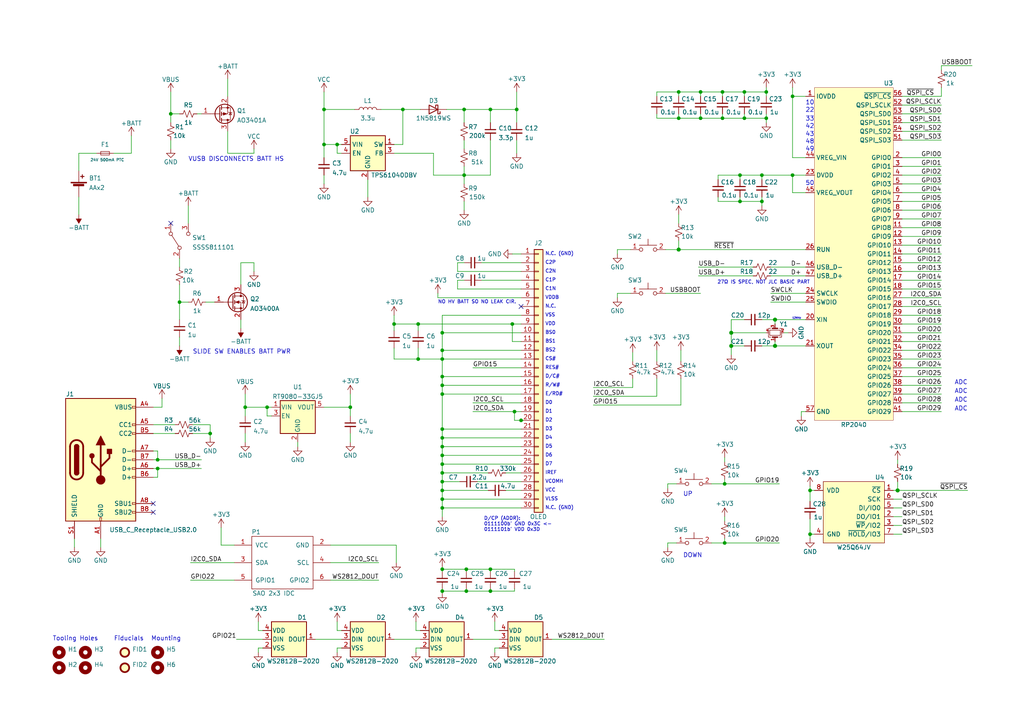
<source format=kicad_sch>
(kicad_sch (version 20211123) (generator eeschema)
  (paper "A4")
  (junction (at 128.27 165.1))
  (junction (at 128.27 109.22))
  (junction (at 134.62 50.8))
  (junction (at 60.96 125.73))
  (junction (at 149.86 31.75))
  (junction (at 93.98 41.91))
  (junction (at 45.72 133.35))
  (junction (at 142.24 171.45))
  (junction (at 121.285 104.14))
  (junction (at 210.185 157.48))
  (junction (at 128.27 104.14))
  (junction (at 128.27 144.78))
  (junction (at 101.6 118.11))
  (junction (at 215.9 26.67))
  (junction (at 128.27 129.54))
  (junction (at 222.25 26.67))
  (junction (at 116.84 31.75))
  (junction (at 210.185 140.335))
  (junction (at 134.62 31.75))
  (junction (at 52.07 87.63))
  (junction (at 128.27 139.7))
  (junction (at 196.85 34.29))
  (junction (at 229.87 27.94))
  (junction (at 224.79 92.71) (diameter 1.016))
  (junction (at 142.24 31.75))
  (junction (at 234.95 142.24))
  (junction (at 148.59 93.98))
  (junction (at 260.35 142.24) (diameter 1.016))
  (junction (at 209.55 26.67))
  (junction (at 128.27 142.24))
  (junction (at 196.85 26.67))
  (junction (at 212.09 100.33) (diameter 1.016))
  (junction (at 97.79 41.91))
  (junction (at 224.79 100.33) (diameter 1.016))
  (junction (at 128.27 96.52))
  (junction (at 128.27 132.08))
  (junction (at 128.27 137.16))
  (junction (at 151.13 121.92))
  (junction (at 214.63 50.8))
  (junction (at 203.2 34.29))
  (junction (at 128.27 134.62))
  (junction (at 149.225 119.38))
  (junction (at 142.24 165.1))
  (junction (at 128.27 111.76))
  (junction (at 203.2 26.67))
  (junction (at 212.09 96.52) (diameter 1.016))
  (junction (at 234.95 154.94))
  (junction (at 114.3 93.98))
  (junction (at 220.98 58.42))
  (junction (at 229.87 50.8))
  (junction (at 135.255 165.1))
  (junction (at 77.47 118.11))
  (junction (at 214.63 58.42))
  (junction (at 128.27 147.32))
  (junction (at 222.25 34.29))
  (junction (at 128.27 124.46))
  (junction (at 135.255 171.45))
  (junction (at 45.72 135.89))
  (junction (at 93.98 31.75))
  (junction (at 196.85 72.39) (diameter 1.016))
  (junction (at 128.27 101.6))
  (junction (at 209.55 34.29))
  (junction (at 71.12 118.11))
  (junction (at 121.285 93.98))
  (junction (at 128.27 171.45))
  (junction (at 215.9 34.29))
  (junction (at 49.53 33.02))
  (junction (at 220.98 50.8))
  (junction (at 128.27 114.3))
  (junction (at 128.27 127))
  (no_connect (at 49.53 64.77))
  (no_connect (at 44.45 148.59))
  (no_connect (at 44.45 146.05))
  (no_connect (at 151.13 88.9))
  (wire (pts (xy 128.27 144.78) (xy 151.13 144.78)))
  (wire (pts (xy 196.85 26.67) (xy 203.2 26.67)))
  (wire (pts (xy 114.3 185.42) (xy 121.92 185.42)))
  (wire (pts (xy 142.24 165.1) (xy 149.225 165.1)))
  (wire (pts (xy 151.13 83.82) (xy 132.715 83.82)))
  (wire (pts (xy 49.53 33.02) (xy 52.07 33.02)))
  (wire (pts (xy 202.565 77.47) (xy 218.44 77.47)))
  (wire (pts (xy 197.485 101.6) (xy 197.485 104.775)))
  (wire (pts (xy 203.2 26.67) (xy 209.55 26.67)))
  (wire (pts (xy 215.9 34.29) (xy 209.55 34.29)))
  (wire (pts (xy 208.28 58.42) (xy 208.28 57.15)))
  (wire (pts (xy 71.12 125.73) (xy 71.12 128.27)))
  (wire (pts (xy 227.33 96.52) (xy 228.6 96.52)))
  (wire (pts (xy 93.98 41.91) (xy 93.98 45.72)))
  (wire (pts (xy 190.5 34.29) (xy 190.5 33.02)))
  (wire (pts (xy 190.5 26.67) (xy 196.85 26.67)))
  (wire (pts (xy 261.62 55.88) (xy 273.05 55.88)))
  (wire (pts (xy 223.52 77.47) (xy 233.68 77.47)))
  (wire (pts (xy 197.485 109.855) (xy 197.485 117.475)))
  (wire (pts (xy 190.5 27.94) (xy 190.5 26.67)))
  (wire (pts (xy 137.16 106.68) (xy 151.13 106.68)))
  (wire (pts (xy 52.07 74.93) (xy 52.07 77.47)))
  (wire (pts (xy 149.86 31.75) (xy 149.86 35.56)))
  (wire (pts (xy 261.62 109.22) (xy 273.05 109.22)))
  (wire (pts (xy 193.675 158.75) (xy 193.675 157.48)))
  (wire (pts (xy 114.3 93.98) (xy 114.3 95.885)))
  (wire (pts (xy 45.72 138.43) (xy 45.72 135.89)))
  (wire (pts (xy 151.13 78.74) (xy 132.715 78.74)))
  (wire (pts (xy 261.62 83.82) (xy 273.05 83.82)))
  (wire (pts (xy 146.685 137.16) (xy 151.13 137.16)))
  (wire (pts (xy 55.245 163.195) (xy 67.945 163.195)))
  (wire (pts (xy 93.98 31.75) (xy 93.98 41.91)))
  (wire (pts (xy 55.245 168.275) (xy 67.945 168.275)))
  (wire (pts (xy 142.24 170.815) (xy 142.24 171.45)))
  (wire (pts (xy 261.62 106.68) (xy 273.05 106.68)))
  (wire (pts (xy 261.62 45.72) (xy 273.05 45.72)))
  (wire (pts (xy 261.62 96.52) (xy 273.05 96.52)))
  (wire (pts (xy 21.59 156.21) (xy 21.59 158.75)))
  (wire (pts (xy 183.515 112.395) (xy 172.085 112.395)))
  (wire (pts (xy 149.225 121.92) (xy 149.225 119.38)))
  (wire (pts (xy 44.45 133.35) (xy 45.72 133.35)))
  (wire (pts (xy 59.69 87.63) (xy 62.23 87.63)))
  (wire (pts (xy 210.185 140.335) (xy 226.06 140.335)))
  (wire (pts (xy 57.15 33.02) (xy 58.42 33.02)))
  (wire (pts (xy 229.87 25.4) (xy 229.87 27.94)))
  (wire (pts (xy 44.45 138.43) (xy 45.72 138.43)))
  (wire (pts (xy 77.47 120.65) (xy 77.47 118.11)))
  (wire (pts (xy 76.2 182.88) (xy 74.93 182.88)))
  (wire (pts (xy 128.27 127) (xy 128.27 129.54)))
  (wire (pts (xy 121.285 104.14) (xy 128.27 104.14)))
  (wire (pts (xy 71.12 118.11) (xy 71.12 120.65)))
  (wire (pts (xy 229.87 50.8) (xy 233.68 50.8)))
  (wire (pts (xy 234.95 142.24) (xy 234.95 140.97)))
  (wire (pts (xy 22.86 49.53) (xy 22.86 44.45)))
  (wire (pts (xy 203.2 34.29) (xy 196.85 34.29)))
  (wire (pts (xy 128.27 134.62) (xy 151.13 134.62)))
  (wire (pts (xy 46.99 118.11) (xy 44.45 118.11)))
  (wire (pts (xy 261.62 78.74) (xy 273.05 78.74)))
  (wire (pts (xy 149.86 44.45) (xy 149.86 40.64)))
  (wire (pts (xy 121.92 182.88) (xy 120.65 182.88)))
  (wire (pts (xy 114.935 163.195) (xy 114.935 158.115)))
  (wire (pts (xy 97.79 180.34) (xy 97.79 182.88)))
  (wire (pts (xy 95.885 158.115) (xy 114.935 158.115)))
  (wire (pts (xy 259.08 154.94) (xy 261.62 154.94)))
  (wire (pts (xy 212.09 100.33) (xy 215.9 100.33)))
  (wire (pts (xy 134.62 31.75) (xy 134.62 35.56)))
  (wire (pts (xy 55.88 125.73) (xy 60.96 125.73)))
  (wire (pts (xy 97.79 187.96) (xy 97.79 189.23)))
  (wire (pts (xy 125.73 44.45) (xy 114.3 44.45)))
  (wire (pts (xy 99.06 182.88) (xy 97.79 182.88)))
  (wire (pts (xy 261.62 30.48) (xy 273.05 30.48)))
  (wire (pts (xy 259.08 152.4) (xy 261.62 152.4)))
  (wire (pts (xy 261.62 27.94) (xy 273.05 27.94)))
  (wire (pts (xy 29.21 156.21) (xy 29.21 158.75)))
  (wire (pts (xy 222.25 26.67) (xy 222.25 27.94)))
  (wire (pts (xy 128.27 96.52) (xy 128.27 101.6)))
  (wire (pts (xy 44.45 135.89) (xy 45.72 135.89)))
  (wire (pts (xy 179.07 86.36) (xy 179.07 85.09)))
  (wire (pts (xy 261.62 48.26) (xy 273.05 48.26)))
  (wire (pts (xy 114.3 100.965) (xy 114.3 104.14)))
  (wire (pts (xy 127 86.36) (xy 151.13 86.36)))
  (wire (pts (xy 128.27 111.76) (xy 128.27 114.3)))
  (wire (pts (xy 215.9 27.94) (xy 215.9 26.67)))
  (wire (pts (xy 52.07 82.55) (xy 52.07 87.63)))
  (wire (pts (xy 222.25 34.29) (xy 222.25 33.02)))
  (wire (pts (xy 54.61 59.69) (xy 54.61 64.77)))
  (wire (pts (xy 134.62 50.8) (xy 134.62 53.34)))
  (wire (pts (xy 146.685 142.24) (xy 151.13 142.24)))
  (wire (pts (xy 151.13 99.06) (xy 148.59 99.06)))
  (wire (pts (xy 134.62 40.64) (xy 134.62 43.18)))
  (wire (pts (xy 77.47 118.11) (xy 71.12 118.11)))
  (wire (pts (xy 149.225 171.45) (xy 149.225 170.815)))
  (wire (pts (xy 128.27 144.78) (xy 128.27 147.32)))
  (wire (pts (xy 128.27 101.6) (xy 151.13 101.6)))
  (wire (pts (xy 49.53 35.56) (xy 49.53 33.02)))
  (wire (pts (xy 149.86 26.67) (xy 149.86 31.75)))
  (wire (pts (xy 233.68 45.72) (xy 229.87 45.72)))
  (wire (pts (xy 121.92 187.96) (xy 120.65 187.96)))
  (wire (pts (xy 132.715 81.28) (xy 134.62 81.28)))
  (wire (pts (xy 121.285 100.965) (xy 121.285 104.14)))
  (wire (pts (xy 66.04 38.1) (xy 66.04 44.45)))
  (wire (pts (xy 220.98 58.42) (xy 220.98 57.15)))
  (wire (pts (xy 52.07 87.63) (xy 54.61 87.63)))
  (wire (pts (xy 128.27 147.32) (xy 151.13 147.32)))
  (wire (pts (xy 149.225 119.38) (xy 151.13 119.38)))
  (wire (pts (xy 261.62 99.06) (xy 273.05 99.06)))
  (wire (pts (xy 234.95 142.24) (xy 234.95 145.415)))
  (wire (pts (xy 203.2 34.29) (xy 203.2 33.02)))
  (wire (pts (xy 259.08 142.24) (xy 260.35 142.24)))
  (wire (pts (xy 209.55 26.67) (xy 215.9 26.67)))
  (wire (pts (xy 120.65 180.34) (xy 120.65 182.88)))
  (wire (pts (xy 93.98 118.11) (xy 101.6 118.11)))
  (wire (pts (xy 212.09 100.33) (xy 212.09 102.87)))
  (wire (pts (xy 220.98 59.69) (xy 220.98 58.42)))
  (wire (pts (xy 179.07 72.39) (xy 182.88 72.39)))
  (wire (pts (xy 128.27 165.1) (xy 128.27 165.735)))
  (wire (pts (xy 208.28 52.07) (xy 208.28 50.8)))
  (wire (pts (xy 101.6 118.11) (xy 101.6 120.65)))
  (wire (pts (xy 215.9 34.29) (xy 215.9 33.02)))
  (wire (pts (xy 196.85 34.29) (xy 196.85 33.02)))
  (wire (pts (xy 134.62 31.75) (xy 142.24 31.75)))
  (wire (pts (xy 222.25 35.56) (xy 222.25 34.29)))
  (wire (pts (xy 261.62 119.38) (xy 273.05 119.38)))
  (wire (pts (xy 73.66 44.45) (xy 66.04 44.45)))
  (wire (pts (xy 261.62 68.58) (xy 273.05 68.58)))
  (wire (pts (xy 138.43 139.7) (xy 151.13 139.7)))
  (wire (pts (xy 128.27 104.14) (xy 151.13 104.14)))
  (wire (pts (xy 142.24 40.64) (xy 142.24 50.8)))
  (wire (pts (xy 128.27 137.16) (xy 141.605 137.16)))
  (wire (pts (xy 196.85 62.23) (xy 196.85 64.77)))
  (wire (pts (xy 128.27 124.46) (xy 151.13 124.46)))
  (wire (pts (xy 128.27 114.3) (xy 151.13 114.3)))
  (wire (pts (xy 128.27 142.24) (xy 141.605 142.24)))
  (wire (pts (xy 179.07 85.09) (xy 182.88 85.09)))
  (wire (pts (xy 121.285 93.98) (xy 114.3 93.98)))
  (wire (pts (xy 97.79 41.91) (xy 99.06 41.91)))
  (wire (pts (xy 183.515 102.235) (xy 183.515 104.775)))
  (wire (pts (xy 45.72 135.89) (xy 58.42 135.89)))
  (wire (pts (xy 128.27 124.46) (xy 128.27 127)))
  (wire (pts (xy 261.62 50.8) (xy 273.05 50.8)))
  (wire (pts (xy 151.765 121.92) (xy 151.13 121.92)))
  (wire (pts (xy 206.375 140.335) (xy 210.185 140.335)))
  (wire (pts (xy 95.885 163.195) (xy 109.855 163.195)))
  (wire (pts (xy 261.62 63.5) (xy 273.05 63.5)))
  (wire (pts (xy 128.27 111.76) (xy 151.13 111.76)))
  (wire (pts (xy 196.85 34.29) (xy 190.5 34.29)))
  (wire (pts (xy 229.87 55.88) (xy 233.68 55.88)))
  (wire (pts (xy 139.7 76.2) (xy 151.13 76.2)))
  (wire (pts (xy 236.22 142.24) (xy 234.95 142.24)))
  (wire (pts (xy 106.68 52.07) (xy 106.68 57.15)))
  (wire (pts (xy 49.53 40.64) (xy 49.53 43.18)))
  (wire (pts (xy 128.27 171.45) (xy 128.27 172.085)))
  (wire (pts (xy 224.79 100.33) (xy 233.68 100.33)))
  (wire (pts (xy 142.24 171.45) (xy 149.225 171.45)))
  (wire (pts (xy 60.96 123.19) (xy 60.96 125.73)))
  (wire (pts (xy 45.72 133.35) (xy 58.42 133.35)))
  (wire (pts (xy 128.27 164.465) (xy 128.27 165.1)))
  (wire (pts (xy 261.62 104.14) (xy 273.05 104.14)))
  (wire (pts (xy 135.255 165.1) (xy 135.255 165.735)))
  (wire (pts (xy 134.62 58.42) (xy 134.62 60.96)))
  (wire (pts (xy 261.62 40.64) (xy 273.05 40.64)))
  (wire (pts (xy 142.24 50.8) (xy 134.62 50.8)))
  (wire (pts (xy 224.79 92.71) (xy 233.68 92.71)))
  (wire (pts (xy 128.27 132.08) (xy 151.13 132.08)))
  (wire (pts (xy 116.84 31.75) (xy 121.92 31.75)))
  (wire (pts (xy 261.62 38.1) (xy 273.05 38.1)))
  (wire (pts (xy 143.51 187.96) (xy 143.51 189.23)))
  (wire (pts (xy 132.715 78.74) (xy 132.715 76.2)))
  (wire (pts (xy 114.3 41.91) (xy 116.84 41.91)))
  (wire (pts (xy 149.225 165.735) (xy 149.225 165.1)))
  (wire (pts (xy 22.86 57.15) (xy 22.86 62.23)))
  (wire (pts (xy 128.27 165.1) (xy 135.255 165.1)))
  (wire (pts (xy 128.27 171.45) (xy 135.255 171.45)))
  (wire (pts (xy 214.63 50.8) (xy 220.98 50.8)))
  (wire (pts (xy 220.98 50.8) (xy 229.87 50.8)))
  (wire (pts (xy 71.12 114.3) (xy 71.12 118.11)))
  (wire (pts (xy 223.52 85.09) (xy 233.68 85.09)))
  (wire (pts (xy 209.55 27.94) (xy 209.55 26.67)))
  (wire (pts (xy 137.16 119.38) (xy 149.225 119.38)))
  (wire (pts (xy 114.3 91.44) (xy 114.3 93.98)))
  (wire (pts (xy 110.49 31.75) (xy 116.84 31.75)))
  (wire (pts (xy 261.62 53.34) (xy 273.05 53.34)))
  (wire (pts (xy 142.24 35.56) (xy 142.24 31.75)))
  (wire (pts (xy 69.85 92.71) (xy 69.85 95.25)))
  (wire (pts (xy 151.13 121.92) (xy 149.225 121.92)))
  (wire (pts (xy 259.08 147.32) (xy 261.62 147.32)))
  (wire (pts (xy 229.87 55.88) (xy 229.87 50.8)))
  (wire (pts (xy 206.375 157.48) (xy 210.185 157.48)))
  (wire (pts (xy 232.41 119.38) (xy 232.41 120.65)))
  (wire (pts (xy 222.25 25.4) (xy 222.25 26.67)))
  (wire (pts (xy 212.09 96.52) (xy 212.09 100.33)))
  (wire (pts (xy 261.62 76.2) (xy 273.05 76.2)))
  (wire (pts (xy 116.84 41.91) (xy 116.84 31.75)))
  (wire (pts (xy 120.65 187.96) (xy 120.65 189.23)))
  (wire (pts (xy 179.07 73.66) (xy 179.07 72.39)))
  (wire (pts (xy 215.9 26.67) (xy 222.25 26.67)))
  (wire (pts (xy 64.135 158.115) (xy 67.945 158.115)))
  (wire (pts (xy 128.27 129.54) (xy 151.13 129.54)))
  (wire (pts (xy 261.62 73.66) (xy 273.05 73.66)))
  (wire (pts (xy 22.86 44.45) (xy 27.94 44.45)))
  (wire (pts (xy 132.715 83.82) (xy 132.715 81.28)))
  (wire (pts (xy 183.515 109.855) (xy 183.515 112.395)))
  (wire (pts (xy 128.27 134.62) (xy 128.27 137.16)))
  (wire (pts (xy 261.62 86.36) (xy 273.05 86.36)))
  (wire (pts (xy 202.565 80.01) (xy 218.44 80.01)))
  (wire (pts (xy 193.04 72.39) (xy 196.85 72.39)))
  (wire (pts (xy 261.62 88.9) (xy 273.05 88.9)))
  (wire (pts (xy 93.98 41.91) (xy 97.79 41.91)))
  (wire (pts (xy 172.085 117.475) (xy 197.485 117.475)))
  (wire (pts (xy 97.79 41.91) (xy 97.79 44.45)))
  (wire (pts (xy 44.45 125.73) (xy 50.8 125.73)))
  (wire (pts (xy 190.5 101.6) (xy 190.5 104.775)))
  (wire (pts (xy 76.2 187.96) (xy 74.93 187.96)))
  (wire (pts (xy 261.62 116.84) (xy 273.05 116.84)))
  (wire (pts (xy 74.93 187.96) (xy 74.93 189.23)))
  (wire (pts (xy 128.27 139.7) (xy 128.27 142.24)))
  (wire (pts (xy 261.62 81.28) (xy 273.05 81.28)))
  (wire (pts (xy 214.63 52.07) (xy 214.63 50.8)))
  (wire (pts (xy 210.185 149.86) (xy 210.185 151.13)))
  (wire (pts (xy 261.62 60.96) (xy 273.05 60.96)))
  (wire (pts (xy 193.675 140.335) (xy 196.215 140.335)))
  (wire (pts (xy 148.59 73.66) (xy 151.13 73.66)))
  (wire (pts (xy 144.78 182.88) (xy 143.51 182.88)))
  (wire (pts (xy 209.55 34.29) (xy 209.55 33.02)))
  (wire (pts (xy 134.62 48.26) (xy 134.62 50.8)))
  (wire (pts (xy 128.27 101.6) (xy 128.27 104.14)))
  (wire (pts (xy 132.715 76.2) (xy 134.62 76.2)))
  (wire (pts (xy 261.62 91.44) (xy 273.05 91.44)))
  (wire (pts (xy 261.62 93.98) (xy 273.05 93.98)))
  (wire (pts (xy 73.66 76.2) (xy 69.85 76.2)))
  (wire (pts (xy 144.78 187.96) (xy 143.51 187.96)))
  (wire (pts (xy 101.6 125.73) (xy 101.6 128.27)))
  (wire (pts (xy 128.27 104.14) (xy 128.27 109.22)))
  (wire (pts (xy 45.72 130.81) (xy 45.72 133.35)))
  (wire (pts (xy 142.24 165.1) (xy 142.24 165.735)))
  (wire (pts (xy 128.27 96.52) (xy 151.13 96.52)))
  (wire (pts (xy 234.95 154.94) (xy 234.95 156.21)))
  (wire (pts (xy 60.96 125.73) (xy 60.96 127)))
  (wire (pts (xy 212.09 92.71) (xy 215.9 92.71)))
  (wire (pts (xy 46.99 115.57) (xy 46.99 118.11)))
  (wire (pts (xy 210.185 157.48) (xy 210.185 156.21)))
  (wire (pts (xy 210.185 157.48) (xy 226.06 157.48)))
  (wire (pts (xy 38.1 39.37) (xy 38.1 44.45)))
  (wire (pts (xy 128.27 132.08) (xy 128.27 134.62)))
  (wire (pts (xy 193.04 85.09) (xy 203.2 85.09)))
  (wire (pts (xy 193.675 141.605) (xy 193.675 140.335)))
  (wire (pts (xy 93.98 50.8) (xy 93.98 53.34)))
  (wire (pts (xy 209.55 34.29) (xy 203.2 34.29)))
  (wire (pts (xy 273.05 19.05) (xy 273.05 20.32)))
  (wire (pts (xy 139.7 81.28) (xy 151.13 81.28)))
  (wire (pts (xy 210.185 140.335) (xy 210.185 139.065)))
  (wire (pts (xy 128.27 114.3) (xy 128.27 124.46)))
  (wire (pts (xy 121.285 93.98) (xy 148.59 93.98)))
  (wire (pts (xy 128.27 137.16) (xy 128.27 139.7)))
  (wire (pts (xy 222.25 96.52) (xy 212.09 96.52)))
  (wire (pts (xy 44.45 130.81) (xy 45.72 130.81)))
  (wire (pts (xy 73.66 43.18) (xy 73.66 44.45)))
  (wire (pts (xy 52.07 97.79) (xy 52.07 100.33)))
  (wire (pts (xy 86.36 128.27) (xy 86.36 129.54)))
  (wire (pts (xy 259.08 149.86) (xy 261.62 149.86)))
  (wire (pts (xy 121.285 93.98) (xy 121.285 95.885)))
  (wire (pts (xy 64.135 153.035) (xy 64.135 158.115)))
  (wire (pts (xy 196.85 27.94) (xy 196.85 26.67)))
  (wire (pts (xy 78.74 120.65) (xy 77.47 120.65)))
  (wire (pts (xy 261.62 35.56) (xy 273.05 35.56)))
  (wire (pts (xy 38.1 44.45) (xy 33.02 44.45)))
  (wire (pts (xy 196.85 72.39) (xy 196.85 69.85)))
  (wire (pts (xy 220.98 92.71) (xy 224.79 92.71)))
  (wire (pts (xy 137.16 116.84) (xy 151.13 116.84)))
  (wire (pts (xy 261.62 114.3) (xy 273.05 114.3)))
  (wire (pts (xy 261.62 111.76) (xy 273.05 111.76)))
  (wire (pts (xy 260.35 142.24) (xy 280.67 142.24)))
  (wire (pts (xy 148.59 93.98) (xy 151.13 93.98)))
  (wire (pts (xy 261.62 101.6) (xy 273.05 101.6)))
  (wire (pts (xy 190.5 114.935) (xy 172.085 114.935)))
  (wire (pts (xy 151.13 91.44) (xy 128.27 91.44)))
  (wire (pts (xy 224.79 99.06) (xy 224.79 100.33)))
  (wire (pts (xy 260.35 133.35) (xy 260.35 134.62)))
  (wire (pts (xy 203.2 27.94) (xy 203.2 26.67)))
  (wire (pts (xy 208.28 50.8) (xy 214.63 50.8)))
  (wire (pts (xy 134.62 50.8) (xy 125.73 50.8)))
  (wire (pts (xy 134.62 31.75) (xy 129.54 31.75)))
  (wire (pts (xy 261.62 71.12) (xy 273.05 71.12)))
  (wire (pts (xy 214.63 58.42) (xy 208.28 58.42)))
  (wire (pts (xy 128.27 109.22) (xy 151.13 109.22)))
  (wire (pts (xy 214.63 58.42) (xy 214.63 57.15)))
  (wire (pts (xy 52.07 87.63) (xy 52.07 92.71)))
  (wire (pts (xy 128.27 170.815) (xy 128.27 171.45)))
  (wire (pts (xy 99.06 44.45) (xy 97.79 44.45)))
  (wire (pts (xy 99.06 187.96) (xy 97.79 187.96)))
  (wire (pts (xy 69.85 76.2) (xy 69.85 82.55)))
  (wire (pts (xy 193.675 157.48) (xy 196.215 157.48)))
  (wire (pts (xy 259.08 144.78) (xy 261.62 144.78)))
  (wire (pts (xy 220.98 58.42) (xy 214.63 58.42)))
  (wire (pts (xy 95.885 168.275) (xy 109.855 168.275)))
  (wire (pts (xy 128.27 91.44) (xy 128.27 96.52)))
  (wire (pts (xy 223.52 87.63) (xy 233.68 87.63)))
  (wire (pts (xy 224.79 92.71) (xy 224.79 93.98)))
  (wire (pts (xy 68.58 185.42) (xy 76.2 185.42)))
  (wire (pts (xy 229.87 27.94) (xy 233.68 27.94)))
  (wire (pts (xy 101.6 114.3) (xy 101.6 118.11)))
  (wire (pts (xy 210.185 132.715) (xy 210.185 133.985)))
  (wire (pts (xy 261.62 66.04) (xy 273.05 66.04)))
  (wire (pts (xy 135.255 171.45) (xy 142.24 171.45)))
  (wire (pts (xy 135.255 170.815) (xy 135.255 171.45)))
  (wire (pts (xy 74.93 180.34) (xy 74.93 182.88)))
  (wire (pts (xy 137.16 185.42) (xy 144.78 185.42)))
  (wire (pts (xy 261.62 33.02) (xy 273.05 33.02)))
  (wire (pts (xy 190.5 109.855) (xy 190.5 114.935)))
  (wire (pts (xy 135.255 165.1) (xy 142.24 165.1)))
  (wire (pts (xy 196.85 72.39) (xy 233.68 72.39)))
  (wire (pts (xy 142.24 31.75) (xy 149.86 31.75)))
  (wire (pts (xy 220.98 100.33) (xy 224.79 100.33)))
  (wire (pts (xy 44.45 123.19) (xy 50.8 123.19)))
  (wire (pts (xy 260.35 142.24) (xy 260.35 139.7)))
  (wire (pts (xy 78.74 118.11) (xy 77.47 118.11)))
  (wire (pts (xy 93.98 31.75) (xy 102.87 31.75)))
  (wire (pts (xy 222.25 34.29) (xy 215.9 34.29)))
  (wire (pts (xy 114.3 104.14) (xy 121.285 104.14)))
  (wire (pts (xy 143.51 180.34) (xy 143.51 182.88)))
  (wire (pts (xy 91.44 185.42) (xy 99.06 185.42)))
  (wire (pts (xy 229.87 27.94) (xy 229.87 45.72)))
  (wire (pts (xy 73.66 78.74) (xy 73.66 76.2)))
  (wire (pts (xy 273.05 27.94) (xy 273.05 25.4)))
  (wire (pts (xy 128.27 142.24) (xy 128.27 144.78)))
  (wire (pts (xy 128.27 109.22) (xy 128.27 111.76)))
  (wire (pts (xy 93.98 26.67) (xy 93.98 31.75)))
  (wire (pts (xy 128.27 147.32) (xy 128.27 149.86)))
  (wire (pts (xy 128.27 139.7) (xy 133.35 139.7)))
  (wire (pts (xy 128.27 129.54) (xy 128.27 132.08)))
  (wire (pts (xy 273.05 19.05) (xy 281.94 19.05)))
  (wire (pts (xy 261.62 58.42) (xy 273.05 58.42)))
  (wire (pts (xy 233.68 119.38) (xy 232.41 119.38)))
  (wire (pts (xy 148.59 99.06) (xy 148.59 93.98)))
  (wire (pts (xy 66.04 27.94) (xy 66.04 22.86)))
  (wire (pts (xy 160.02 185.42) (xy 175.26 185.42)))
  (wire (pts (xy 236.22 154.94) (xy 234.95 154.94)))
  (wire (pts (xy 125.73 50.8) (xy 125.73 44.45)))
  (wire (pts (xy 220.98 50.8) (xy 220.98 52.07)))
  (wire (pts (xy 234.95 150.495) (xy 234.95 154.94)))
  (wire (pts (xy 223.52 80.01) (xy 233.68 80.01)))
  (wire (pts (xy 127 85.09) (xy 127 86.36)))
  (wire (pts (xy 49.53 26.67) (xy 49.53 33.02)))
  (wire (pts (xy 55.88 123.19) (xy 60.96 123.19)))
  (wire (pts (xy 212.09 92.71) (xy 212.09 96.52)))
  (wire (pts (xy 128.27 127) (xy 151.13 127)))
  (text "C2N" (at 158.115 79.375 0) (effects (font (size 1 1)) (justify left bottom)))
  (text "C1P\n" (at 158.115 81.915 0) (effects (font (size 1 1)) (justify left bottom)))
  (text "D/C#" (at 158.115 109.855 0) (effects (font (size 1 1)) (justify left bottom)))
  (text "N.C. (GND)\n" (at 158.115 147.955 0) (effects (font (size 1 1)) (justify left bottom)))
  (text "RES#" (at 158.115 107.315 0) (effects (font (size 1 1)) (justify left bottom)))
  (text "10" (at 236.22 30.607 180) (effects (font (size 1.27 1.27)) (justify right bottom)))
  (text "Mounting" (at 43.815 186.055 0) (effects (font (size 1.27 1.27)) (justify left bottom)))
  (text "33" (at 236.22 35.306 180) (effects (font (size 1.27 1.27)) (justify right bottom)))
  (text "D1" (at 158.115 120.015 0) (effects (font (size 1 1)) (justify left bottom)))
  (text "DOWN\n" (at 198.12 161.925 0) (effects (font (size 1.27 1.27)) (justify left bottom)))
  (text "CS#" (at 158.115 104.775 0) (effects (font (size 1 1)) (justify left bottom)))
  (text "IREF" (at 158.115 137.795 0) (effects (font (size 1 1)) (justify left bottom)))
  (text "22" (at 236.22 32.766 180) (effects (font (size 1.27 1.27)) (justify right bottom)))
  (text "VUSB DISCONNECTS BATT HS" (at 54.61 46.99 0) (effects (font (size 1.27 1.27)) (justify left bottom)))
  (text "BS2" (at 158.115 102.235 0) (effects (font (size 1 1)) (justify left bottom)))
  (text "NO HV BATT SO NO LEAK CIR." (at 127 88.265 0) (effects (font (size 1 1)) (justify left bottom)))
  (text "D/CP (ADDR):\n0111100b' GND 0x3C <-\n0111101b' VDD 0x3D" (at 140.335 154.305 0) (effects (font (size 1 1)) (justify left bottom)))
  (text "R/W#" (at 158.115 112.395 0) (effects (font (size 1 1)) (justify left bottom)))
  (text "ADC" (at 280.67 119.38 180) (effects (font (size 1.27 1.27)) (justify right bottom)))
  (text "ADC" (at 280.67 111.76 180) (effects (font (size 1.27 1.27)) (justify right bottom)))
  (text "BS1" (at 158.115 99.695 0) (effects (font (size 1 1)) (justify left bottom)))
  (text "D5\n" (at 158.115 130.175 0) (effects (font (size 1 1)) (justify left bottom)))
  (text "E/RD#" (at 158.115 114.935 0) (effects (font (size 1 1)) (justify left bottom)))
  (text "VCC" (at 158.115 142.875 0) (effects (font (size 1 1)) (justify left bottom)))
  (text "VDDB" (at 158.115 86.995 0) (effects (font (size 1 1)) (justify left bottom)))
  (text "VDD" (at 158.115 94.615 0) (effects (font (size 1 1)) (justify left bottom)))
  (text "D7" (at 158.115 135.255 0) (effects (font (size 1 1)) (justify left bottom)))
  (text "27Ω IS SPEC, NOT JLC BASIC PART" (at 234.95 82.55 180) (effects (font (size 1 1)) (justify right bottom)))
  (text "Tooling Holes\n" (at 15.24 186.055 0) (effects (font (size 1.27 1.27)) (justify left bottom)))
  (text "SLIDE SW ENABLES BATT PWR" (at 55.88 102.87 0) (effects (font (size 1.27 1.27)) (justify left bottom)))
  (text "D4" (at 158.115 127.635 0) (effects (font (size 1 1)) (justify left bottom)))
  (text "VSS" (at 158.115 92.075 0) (effects (font (size 1 1)) (justify left bottom)))
  (text "D0\n" (at 158.115 117.475 0) (effects (font (size 1 1)) (justify left bottom)))
  (text "C1N" (at 158.115 84.455 0) (effects (font (size 1 1)) (justify left bottom)))
  (text "12MHz" (at 232.41 92.71 180) (effects (font (size 0.508 0.508)) (justify right bottom)))
  (text "VLSS" (at 158.115 145.415 0) (effects (font (size 1 1)) (justify left bottom)))
  (text "Fiducials" (at 33.02 186.055 0) (effects (font (size 1.27 1.27)) (justify left bottom)))
  (text "N.C." (at 158.115 89.535 0) (effects (font (size 1 1)) (justify left bottom)))
  (text "D6" (at 158.115 132.715 0) (effects (font (size 1 1)) (justify left bottom)))
  (text "BS0" (at 158.115 97.155 0) (effects (font (size 1 1)) (justify left bottom)))
  (text "D2" (at 158.115 122.555 0) (effects (font (size 1 1)) (justify left bottom)))
  (text "UP" (at 198.12 144.145 0) (effects (font (size 1.27 1.27)) (justify left bottom)))
  (text "43" (at 236.22 39.751 180) (effects (font (size 1.27 1.27)) (justify right bottom)))
  (text "50" (at 236.22 53.975 180) (effects (font (size 1.27 1.27)) (justify right bottom)))
  (text "48" (at 236.22 41.91 180) (effects (font (size 1.27 1.27)) (justify right bottom)))
  (text "ADC" (at 280.67 116.84 180) (effects (font (size 1.27 1.27)) (justify right bottom)))
  (text "N.C. (GND)\n" (at 158.115 74.295 0) (effects (font (size 1 1)) (justify left bottom)))
  (text "49" (at 236.22 44.069 180) (effects (font (size 1.27 1.27)) (justify right bottom)))
  (text "VCOMH" (at 158.115 140.335 0) (effects (font (size 1 1)) (justify left bottom)))
  (text "ADC" (at 280.67 114.3 180) (effects (font (size 1.27 1.27)) (justify right bottom)))
  (text "42" (at 236.22 37.465 180) (effects (font (size 1.27 1.27)) (justify right bottom)))
  (text "C2P\n" (at 158.115 76.835 0) (effects (font (size 1 1)) (justify left bottom)))
  (text "D3" (at 158.115 125.095 0) (effects (font (size 1 1)) (justify left bottom)))
  (label "QSPI_SD2" (at 261.62 152.4 0))
  (label "GPIO27" (at 273.05 114.3 180))
  (label "GPIO14" (at 273.05 81.28 180))
  (label "I2C0_SCL" (at 137.16 116.84 0))
  (label "WS2812_DOUT" (at 109.855 168.275 180))
  (label "I2C0_SDA" (at 273.05 86.36 180))
  (label "USB_D-" (at 202.565 77.47 0))
  (label "D+" (at 232.41 80.01 180))
  (label "GPIO28" (at 273.05 116.84 180))
  (label "GPIO24" (at 273.05 106.68 180))
  (label "GPIO25" (at 273.05 109.22 180))
  (label "GPIO15" (at 273.05 83.82 180))
  (label "D-" (at 232.41 77.47 180))
  (label "I2C0_SDA" (at 172.085 114.935 0))
  (label "USBBOOT" (at 281.94 19.05 180))
  (label "GPIO21" (at 68.58 185.42 180))
  (label "~{QSPI_CS}" (at 262.89 27.94 0))
  (label "GPIO0" (at 273.05 45.72 180))
  (label "QSPI_SD1" (at 273.05 35.56 180))
  (label "GPIO19" (at 273.05 93.98 180))
  (label "QSPI_SCLK" (at 261.62 144.78 0))
  (label "SWDIO" (at 223.52 87.63 0))
  (label "USB_D+" (at 202.565 80.01 0))
  (label "GPIO15" (at 137.16 106.68 0))
  (label "GPIO22" (at 273.05 101.6 180))
  (label "QSPI_SCLK" (at 273.05 30.48 180))
  (label "QSPI_SD0" (at 261.62 147.32 0))
  (label "GPIO22" (at 55.245 168.275 0))
  (label "GPIO19" (at 226.06 140.335 180))
  (label "~{RESET}" (at 207.01 72.39 0))
  (label "GPIO20" (at 273.05 96.52 180))
  (label "GPIO2" (at 273.05 50.8 180))
  (label "GPIO6" (at 273.05 60.96 180))
  (label "GPIO26" (at 273.05 111.76 180))
  (label "GPIO10" (at 273.05 71.12 180))
  (label "I2C0_SDA" (at 137.16 119.38 0))
  (label "GPIO11" (at 273.05 73.66 180))
  (label "WS2812_DOUT" (at 175.26 185.42 180))
  (label "USBBOOT" (at 203.2 85.09 180))
  (label "GPIO4" (at 273.05 55.88 180))
  (label "GPIO7" (at 273.05 63.5 180))
  (label "GPIO15" (at 172.085 117.475 0))
  (label "QSPI_SD3" (at 273.05 40.64 180))
  (label "USB_D+" (at 58.42 135.89 180))
  (label "I2C0_SCL" (at 273.05 88.9 180))
  (label "USB_D-" (at 58.42 133.35 180))
  (label "GPIO29" (at 273.05 119.38 180))
  (label "GPIO18" (at 273.05 91.44 180))
  (label "QSPI_SD0" (at 273.05 33.02 180))
  (label "GPIO5" (at 273.05 58.42 180))
  (label "GPIO21" (at 273.05 99.06 180))
  (label "GPIO9" (at 273.05 68.58 180))
  (label "I2C0_SCL" (at 172.085 112.395 0))
  (label "QSPI_SD1" (at 261.62 149.86 0))
  (label "~{QSPI_CS}" (at 280.67 142.24 180))
  (label "GPIO12" (at 273.05 76.2 180))
  (label "I2C0_SDA" (at 55.245 163.195 0))
  (label "GPIO23" (at 273.05 104.14 180))
  (label "QSPI_SD2" (at 273.05 38.1 180))
  (label "GPIO3" (at 273.05 53.34 180))
  (label "QSPI_SD3" (at 261.62 154.94 0))
  (label "GPIO1" (at 273.05 48.26 180))
  (label "GPIO13" (at 273.05 78.74 180))
  (label "GPIO20" (at 226.06 157.48 180))
  (label "SWCLK" (at 223.52 85.09 0))
  (label "I2C0_SCL" (at 109.855 163.195 180))
  (label "GPIO8" (at 273.05 66.04 180))
  (symbol (lib_id "Connector:USB_C_Receptacle_USB2.0") (at 29.21 133.35 0) (unit 1)
    (property "Reference" "J1" (at 20.32 114.3 0))
    (property "Value" "USB_C_Receptacle_USB2.0" (at 44.45 153.67 0))
    (property "Footprint" "ftp:USB-C-16p" (effects hide))
    (property "Datasheet" "https://www.usb.org/sites/default/files/documents/usb_type-c.zip" (effects hide))
    (property "lcsc" "C167321" (effects hide))
  )
  (symbol (lib_id "power:GND") (at 93.98 53.34 0) (unit 1)
    (property "Reference" "#PWR022" (effects hide))
    (property "Value" "GND" (at 93.98 57.15 0))
  )
  (symbol (lib_id "power:+3V3") (at 190.5 101.6 0) (mirror y) (unit 1)
    (property "Reference" "#PWR043" (effects hide))
    (property "Value" "+3V3" (at 190.5 97.79 0))
  )
  (symbol (lib_id "power:GND") (at 49.53 43.18 0) (unit 1)
    (property "Reference" "#PWR07" (effects hide))
    (property "Value" "GND" (at 49.53 46.99 0))
  )
  (symbol (lib_id "Switch:SW_Push") (at 187.96 85.09 0) (unit 1)
    (property "Reference" "SW3" (at 184.15 81.28 0))
    (property "Value" "TS-1187A-B-A-B" (effects hide))
    (property "Footprint" "Button_Switch_SMD:SW_SPST_TL3342" (effects hide))
    (property "desc" "ftp: Not Exact" (effects hide))
    (property "lcsc" "C318884" (effects hide))
  )
  (symbol (lib_id "power:+3V3") (at 210.185 132.715 0) (mirror y) (unit 1)
    (property "Reference" "#PWR048" (effects hide))
    (property "Value" "+3V3" (at 210.185 128.905 0))
  )
  (symbol (lib_id "Mechanical:Fiducial") (at 36.195 193.675 0) (unit 1)
    (property "Reference" "FID2" (at 38.354 192.7665 0) (effects (justify left)))
    (property "Value" "Fiducial" (effects hide))
    (property "Footprint" "Fiducial:Fiducial_1mm_Mask2mm" (effects hide))
  )
  (symbol (lib_id "Device:R_Small_US") (at 53.34 125.73 90) (unit 1)
    (property "Reference" "R4" (at 48.895 124.46 90))
    (property "Value" "56k" (at 56.515 124.46 90))
    (property "Footprint" "Resistor_SMD:R_0402_1005Metric" (effects hide))
    (property "lcsc" "C25796" (effects hide))
  )
  (symbol (lib_id "power:GND") (at 21.59 158.75 0) (unit 1)
    (property "Reference" "#PWR01" (effects hide))
    (property "Value" "GND" (at 21.59 162.56 0))
  )
  (symbol (lib_id "Switch:SW_Push") (at 201.295 140.335 0) (unit 1)
    (property "Reference" "SW4" (at 197.485 136.525 0))
    (property "Value" "TS-1187A-B-A-B" (effects hide))
    (property "Footprint" "Button_Switch_SMD:SW_SPST_TL3342" (effects hide))
    (property "desc" "ftp: Not Exact" (effects hide))
    (property "lcsc" "C318884" (effects hide))
  )
  (symbol (lib_id "power:VBUS") (at 71.12 114.3 0) (unit 1)
    (property "Reference" "#PWR014" (effects hide))
    (property "Value" "VBUS" (at 71.12 110.6955 0))
  )
  (symbol (lib_id "power:GND") (at 120.65 189.23 0) (unit 1)
    (property "Reference" "#PWR031" (effects hide))
    (property "Value" "GND" (at 120.65 193.04 0))
  )
  (symbol (lib_id "power:GND") (at 148.59 73.66 270) (mirror x) (unit 1)
    (property "Reference" "#PWR037" (effects hide))
    (property "Value" "GND" (at 143.51 73.66 90))
  )
  (symbol (lib_id "Transistor_FET:AO3401A") (at 63.5 33.02 0) (mirror x) (unit 1)
    (property "Reference" "Q1" (at 68.707 32.1115 0) (effects (justify left)))
    (property "Value" "AO3401A" (at 68.707 34.8866 0) (effects (justify left)))
    (property "Footprint" "Package_TO_SOT_SMD:SOT-23" (effects hide))
    (property "Datasheet" "http://www.aosmd.com/pdfs/datasheet/AO3401A.pdf" (effects hide))
    (property "lcsc" "C15127" (effects hide))
  )
  (symbol (lib_id "Device:Crystal_GND24_Small") (at 224.79 96.52 90) (unit 1)
    (property "Reference" "Y1" (at 226.06 93.98 90) (effects (justify right)))
    (property "Value" "XYDBPCNANF-12MHZ" (effects hide))
    (property "Footprint" "Crystal:Crystal_SMD_2520-4Pin_2.5x2.0mm" (effects hide))
    (property "lcsc" "C521567" (effects hide))
  )
  (symbol (lib_id "power:GND") (at 193.675 158.75 0) (mirror y) (unit 1)
    (property "Reference" "#PWR045" (effects hide))
    (property "Value" "GND" (at 193.675 162.56 0))
  )
  (symbol (lib_id "power:GND") (at 179.07 86.36 0) (mirror y) (unit 1)
    (property "Reference" "#PWR041" (effects hide))
    (property "Value" "GND" (at 179.07 90.17 0))
  )
  (symbol (lib_id "Device:R_Small_US") (at 53.34 123.19 90) (unit 1)
    (property "Reference" "R3" (at 48.895 121.92 90))
    (property "Value" "56k" (at 56.515 121.92 90))
    (property "Footprint" "Resistor_SMD:R_0402_1005Metric" (effects hide))
    (property "lcsc" "C25796" (effects hide))
  )
  (symbol (lib_id "power:GND") (at 128.27 149.86 0) (unit 1)
    (property "Reference" "#PWR033" (effects hide))
    (property "Value" "GND" (at 128.27 153.67 0))
  )
  (symbol (lib_id "Device:C_Small") (at 215.9 30.48 0) (unit 1)
    (property "Reference" "C19" (at 216.662 28.702 0) (effects (justify left)))
    (property "Value" "0.1u" (at 216.916 32.512 0) (effects (justify left)))
    (property "Footprint" "Capacitor_SMD:C_0402_1005Metric" (effects hide))
    (property "lcsc" "C1525" (effects hide))
    (property "desc" "16V X7R" (effects hide))
  )
  (symbol (lib_id "power:GND") (at 134.62 60.96 0) (unit 1)
    (property "Reference" "#PWR034" (effects hide))
    (property "Value" "GND" (at 134.62 64.77 0))
  )
  (symbol (lib_id "power:+3V3") (at 196.85 62.23 0) (mirror y) (unit 1)
    (property "Reference" "#PWR046" (effects hide))
    (property "Value" "+3V3" (at 196.85 58.42 0))
  )
  (symbol (lib_id "power:+3V3") (at 101.6 114.3 0) (unit 1)
    (property "Reference" "#PWR025" (effects hide))
    (property "Value" "+3V3" (at 101.6 110.49 0))
  )
  (symbol (lib_id "Device:R_Small_US") (at 210.185 136.525 0) (unit 1)
    (property "Reference" "R15" (at 212.725 135.255 0))
    (property "Value" "10k" (at 212.725 137.795 0))
    (property "Footprint" "Resistor_SMD:R_0402_1005Metric" (effects hide))
    (property "lcsc" "C25744" (effects hide))
  )
  (symbol (lib_id "Device:C_Small") (at 196.85 30.48 0) (unit 1)
    (property "Reference" "C14" (at 197.612 28.702 0) (effects (justify left)))
    (property "Value" "0.1u" (at 197.866 32.512 0) (effects (justify left)))
    (property "Footprint" "Capacitor_SMD:C_0402_1005Metric" (effects hide))
    (property "lcsc" "C1525" (effects hide))
    (property "desc" "16V X7R" (effects hide))
  )
  (symbol (lib_id "Device:C_Small") (at 214.63 54.61 0) (unit 1)
    (property "Reference" "C18" (at 215.392 52.832 0) (effects (justify left)))
    (property "Value" "0.1u" (at 215.646 56.642 0) (effects (justify left)))
    (property "Footprint" "Capacitor_SMD:C_0402_1005Metric" (effects hide))
    (property "lcsc" "C1525" (effects hide))
    (property "desc" "16V X7R" (effects hide))
  )
  (symbol (lib_id "Device:R_Small_US") (at 57.15 87.63 90) (unit 1)
    (property "Reference" "R6" (at 57.15 85.09 90))
    (property "Value" "1k" (at 57.15 90.17 90))
    (property "Footprint" "Resistor_SMD:R_0402_1005Metric" (effects hide))
    (property "lcsc" "C11702" (effects hide))
  )
  (symbol (lib_id "Device:C_Small") (at 208.28 54.61 0) (unit 1)
    (property "Reference" "C16" (at 209.042 52.832 0) (effects (justify left)))
    (property "Value" "0.1u" (at 209.296 56.642 0) (effects (justify left)))
    (property "Footprint" "Capacitor_SMD:C_0402_1005Metric" (effects hide))
    (property "lcsc" "C1525" (effects hide))
    (property "desc" "16V X7R" (effects hide))
  )
  (symbol (lib_id "power:VCC") (at 93.98 26.67 0) (unit 1)
    (property "Reference" "#PWR021" (effects hide))
    (property "Value" "VCC" (at 93.98 23.0655 0))
  )
  (symbol (lib_id "power:GND") (at 73.66 78.74 0) (unit 1)
    (property "Reference" "#PWR017" (effects hide))
    (property "Value" "GND" (at 73.66 82.55 0))
  )
  (symbol (lib_id "power:+BATT") (at 54.61 59.69 0) (unit 1)
    (property "Reference" "#PWR09" (effects hide))
    (property "Value" "+BATT" (at 54.61 56.0855 0))
  )
  (symbol (lib_id "Device:C_Small") (at 149.86 38.1 0) (unit 1)
    (property "Reference" "C12" (at 152.1841 37.1978 0) (effects (justify left)))
    (property "Value" "1u" (at 152.1841 39.9729 0) (effects (justify left)))
    (property "Footprint" "Capacitor_SMD:C_0402_1005Metric" (effects hide))
    (property "lcsc" "C52923" (effects hide))
    (property "desc" "25V X5R" (effects hide))
  )
  (symbol (lib_id "power:+3V3") (at 64.135 153.035 0) (unit 1)
    (property "Reference" "#PWR011" (effects hide))
    (property "Value" "+3V3" (at 64.135 149.225 0))
  )
  (symbol (lib_id "power:+3.3V") (at 74.93 180.34 0) (mirror y) (unit 1)
    (property "Reference" "#PWR018" (effects hide))
    (property "Value" "+3.3V" (at 74.93 176.53 0))
  )
  (symbol (lib_id "power:GND") (at 232.41 120.65 0) (unit 1)
    (property "Reference" "#PWR056" (effects hide))
    (property "Value" "GND" (at 232.41 124.46 0))
  )
  (symbol (lib_id "Device:C_Small") (at 142.24 38.1 0) (unit 1)
    (property "Reference" "C10" (at 144.5641 37.1978 0) (effects (justify left)))
    (property "Value" "3.3p" (at 144.5641 39.9729 0) (effects (justify left)))
    (property "Footprint" "Capacitor_SMD:C_0402_1005Metric" (effects hide))
    (property "lcsc" "C1565" (effects hide))
  )
  (symbol (lib_id "power:VBUS") (at 49.53 26.67 0) (unit 1)
    (property "Reference" "#PWR06" (effects hide))
    (property "Value" "VBUS" (at 49.53 23.0655 0))
  )
  (symbol (lib_id "Switch:SW_Push") (at 201.295 157.48 0) (unit 1)
    (property "Reference" "SW5" (at 197.485 153.67 0))
    (property "Value" "TS-1187A-B-A-B" (effects hide))
    (property "Footprint" "Button_Switch_SMD:SW_SPST_TL3342" (effects hide))
    (property "desc" "ftp: Not Exact" (effects hide))
    (property "lcsc" "C318884" (effects hide))
  )
  (symbol (lib_id "Switch:SW_Push") (at 187.96 72.39 0) (unit 1)
    (property "Reference" "SW2" (at 184.15 68.58 0))
    (property "Value" "TS-1187A-B-A-B" (effects hide))
    (property "Footprint" "Button_Switch_SMD:SW_SPST_TL3342" (effects hide))
    (property "desc" "ftp: Not Exact" (effects hide))
    (property "lcsc" "C318884" (effects hide))
  )
  (symbol (lib_id "Device:C_Small") (at 142.24 168.275 0) (unit 1)
    (property "Reference" "C26" (at 143.51 166.37 0) (effects (justify left)))
    (property "Value" "1u" (at 144.5641 170.1479 0) (effects (justify left)))
    (property "Footprint" "Capacitor_SMD:C_0402_1005Metric" (effects hide))
    (property "lcsc" "C52923" (effects hide))
    (property "desc" "25V X5R" (effects hide))
  )
  (symbol (lib_id "Switch:SW_SPDT") (at 52.07 69.85 90) (unit 1)
    (property "Reference" "SW1" (at 55.753 68.9415 90) (effects (justify right)))
    (property "Value" "SSSS811101" (at 55.753 71.7166 90) (effects (justify right)))
    (property "Footprint" "ftp:SSSS811101" (effects hide))
    (property "lcsc" " C109335" (effects hide))
  )
  (symbol (lib_id "Device:C_Small") (at 209.55 30.48 0) (unit 1)
    (property "Reference" "C17" (at 210.312 28.702 0) (effects (justify left)))
    (property "Value" "0.1u" (at 210.566 32.512 0) (effects (justify left)))
    (property "Footprint" "Capacitor_SMD:C_0402_1005Metric" (effects hide))
    (property "lcsc" "C1525" (effects hide))
    (property "desc" "16V X7R" (effects hide))
  )
  (symbol (lib_id "power:-BATT") (at 69.85 95.25 180) (unit 1)
    (property "Reference" "#PWR013" (effects hide))
    (property "Value" "-BATT" (at 69.85 99.06 0))
  )
  (symbol (lib_id "power:+3V3") (at 183.515 102.235 0) (mirror y) (unit 1)
    (property "Reference" "#PWR042" (effects hide))
    (property "Value" "+3V3" (at 183.515 98.425 0))
  )
  (symbol (lib_id "power:+3V3") (at 197.485 101.6 0) (mirror y) (unit 1)
    (property "Reference" "#PWR047" (effects hide))
    (property "Value" "+3V3" (at 197.485 97.79 0))
  )
  (symbol (lib_id "Device:R_Small_US") (at 52.07 80.01 0) (unit 1)
    (property "Reference" "R2" (at 54.61 78.74 0))
    (property "Value" "10k" (at 54.61 81.28 0))
    (property "Footprint" "Resistor_SMD:R_0402_1005Metric" (effects hide))
    (property "lcsc" "C25744" (effects hide))
  )
  (symbol (lib_id "Device:R_Small_US") (at 134.62 55.88 0) (unit 1)
    (property "Reference" "R9" (at 137.16 54.61 0))
    (property "Value" "150k" (at 138.43 57.15 0))
    (property "Footprint" "Resistor_SMD:R_0402_1005Metric" (effects hide))
    (property "lcsc" "C25755" (effects hide))
  )
  (symbol (lib_id "Device:R_Small_US") (at 134.62 38.1 0) (unit 1)
    (property "Reference" "R7" (at 137.16 36.83 0))
    (property "Value" "200k" (at 138.43 39.37 0))
    (property "Footprint" "Resistor_SMD:R_0402_1005Metric" (effects hide))
    (property "lcsc" "C25764" (effects hide))
  )
  (symbol (lib_id "Device:Fuse_Small") (at 30.48 44.45 0) (unit 1)
    (property "Reference" "F1" (at 30.48 41.91 0))
    (property "Value" "24V 500mA PTC" (at 31.115 46.355 0) (effects (font (size 0.8 0.8))))
    (property "Footprint" "Fuse:Fuse_0805_2012Metric" (effects hide))
    (property "lcsc" " C910822" (effects hide))
    (property "desc" "NonAsm" (effects hide))
  )
  (symbol (lib_id "Device:R_Small_US") (at 220.98 80.01 90) (unit 1)
    (property "Reference" "R18" (at 216.535 78.74 90))
    (property "Value" "22" (at 224.155 78.74 90))
    (property "Footprint" "Resistor_SMD:R_0402_1005Metric" (effects hide))
    (property "lcsc" "C25092" (effects hide))
  )
  (symbol (lib_id "power:+BATT") (at 66.04 22.86 0) (unit 1)
    (property "Reference" "#PWR012" (effects hide))
    (property "Value" "+BATT" (at 66.04 19.2555 0))
  )
  (symbol (lib_id "Device:C_Small") (at 144.145 142.24 90) (unit 1)
    (property "Reference" "C11" (at 139.7 140.97 90))
    (property "Value" "4.7u" (at 147.32 140.97 90))
    (property "Footprint" "Capacitor_SMD:C_0402_1005Metric" (effects hide))
    (property "lcsc" "C23733" (effects hide))
    (property "desc" "10V X5R" (effects hide))
  )
  (symbol (lib_id "power:+3.3V") (at 128.27 164.465 0) (mirror y) (unit 1)
    (property "Reference" "#PWR0101" (effects hide))
    (property "Value" "+3.3V" (at 128.27 160.655 0))
  )
  (symbol (lib_id "Mechanical:MountingHole") (at 24.765 193.675 0) (unit 1)
    (property "Reference" "H4" (at 27.305 192.7665 0) (effects (justify left)))
    (property "Value" "Tooling_Hole_JLC" (effects hide))
    (property "Footprint" "ftp:JLC_Tooling_Hole" (effects hide))
  )
  (symbol (lib_id "LED_Extra:WS2812B-2020") (at 106.68 185.42 0) (unit 1)
    (property "Reference" "D2" (at 110.49 179.07 0))
    (property "Value" "WS2812B-2020" (at 107.95 191.77 0))
    (property "Footprint" "ftp:WS2812B-2020" (effects hide))
    (property "Datasheet" "https://www.tme.eu/Document/4a8239e52df5e0b5cc2eb96834c5d8b6/WS2812B-2020.pdf" (effects hide))
    (property "lcsc" "C965555" (effects hide))
  )
  (symbol (lib_id "Device:C_Small") (at 114.3 98.425 0) (unit 1)
    (property "Reference" "C5" (at 116.6241 97.5228 0) (effects (justify left)))
    (property "Value" "1u" (at 116.6241 100.2979 0) (effects (justify left)))
    (property "Footprint" "Capacitor_SMD:C_0402_1005Metric" (effects hide))
    (property "lcsc" "C52923" (effects hide))
    (property "desc" "25V X5R" (effects hide))
  )
  (symbol (lib_id "Device:R_Small_US") (at 134.62 45.72 0) (unit 1)
    (property "Reference" "R8" (at 137.16 44.45 0))
    (property "Value" "51k" (at 138.43 46.99 0))
    (property "Footprint" "Resistor_SMD:R_0402_1005Metric" (effects hide))
    (property "lcsc" "C25794" (effects hide))
  )
  (symbol (lib_id "Device:R_Small_US") (at 190.5 107.315 0) (unit 1)
    (property "Reference" "R12" (at 193.04 106.045 0))
    (property "Value" "4.7k" (at 193.675 107.95 0))
    (property "Footprint" "Resistor_SMD:R_0402_1005Metric" (effects hide))
    (property "lcsc" "C25900" (effects hide))
  )
  (symbol (lib_id "power:GND") (at 101.6 128.27 0) (unit 1)
    (property "Reference" "#PWR026" (effects hide))
    (property "Value" "GND" (at 101.6 132.08 0))
  )
  (symbol (lib_id "Device:R_Small_US") (at 49.53 38.1 0) (unit 1)
    (property "Reference" "R1" (at 52.07 36.83 0))
    (property "Value" "10k" (at 52.07 39.37 0))
    (property "Footprint" "Resistor_SMD:R_0402_1005Metric" (effects hide))
    (property "lcsc" "C25744" (effects hide))
  )
  (symbol (lib_id "Device:C_Small") (at 190.5 30.48 0) (unit 1)
    (property "Reference" "C13" (at 191.262 28.702 0) (effects (justify left)))
    (property "Value" "0.1u" (at 191.516 32.512 0) (effects (justify left)))
    (property "Footprint" "Capacitor_SMD:C_0402_1005Metric" (effects hide))
    (property "lcsc" "C1525" (effects hide))
    (property "desc" "16V X7R" (effects hide))
  )
  (symbol (lib_id "Mechanical:MountingHole") (at 17.145 189.23 0) (unit 1)
    (property "Reference" "H1" (at 19.685 188.3215 0) (effects (justify left)))
    (property "Value" "Tooling_Hole_JLC" (effects hide))
    (property "Footprint" "ftp:JLC_Tooling_Hole" (effects hide))
  )
  (symbol (lib_id "power:GND") (at 29.21 158.75 0) (unit 1)
    (property "Reference" "#PWR03" (effects hide))
    (property "Value" "GND" (at 29.21 162.56 0))
  )
  (symbol (lib_id "Device:C_Small") (at 149.225 168.275 0) (unit 1)
    (property "Reference" "C27" (at 150.495 166.37 0) (effects (justify left)))
    (property "Value" "1u" (at 151.5491 170.1479 0) (effects (justify left)))
    (property "Footprint" "Capacitor_SMD:C_0402_1005Metric" (effects hide))
    (property "lcsc" "C52923" (effects hide))
    (property "desc" "25V X5R" (effects hide))
  )
  (symbol (lib_id "power:+3V3") (at 114.3 91.44 0) (unit 1)
    (property "Reference" "#PWR028" (effects hide))
    (property "Value" "+3V3" (at 114.3 87.63 0))
  )
  (symbol (lib_id "Connector_Generic:Conn_01x30") (at 156.21 109.22 0) (unit 1)
    (property "Reference" "J2" (at 154.94 70.485 0) (effects (justify left)))
    (property "Value" "OLED" (at 153.67 149.86 0) (effects (justify left)))
    (property "Footprint" "Display:OLED-128O064D" (effects hide))
    (property "lcsc" "C2890596" (effects hide))
    (property "desc" "Shenzhen Allvision Tech N096-2864KSWEG01-H30" (effects hide))
  )
  (symbol (lib_id "Device:C_Small") (at 135.255 168.275 0) (unit 1)
    (property "Reference" "C25" (at 136.525 166.37 0) (effects (justify left)))
    (property "Value" "1u" (at 137.5791 170.1479 0) (effects (justify left)))
    (property "Footprint" "Capacitor_SMD:C_0402_1005Metric" (effects hide))
    (property "lcsc" "C52923" (effects hide))
    (property "desc" "25V X5R" (effects hide))
  )
  (symbol (lib_id "power:VBUS") (at 46.99 115.57 0) (unit 1)
    (property "Reference" "#PWR05" (effects hide))
    (property "Value" "VBUS" (at 46.99 111.9655 0))
  )
  (symbol (lib_id "Device:C_Small") (at 220.98 54.61 0) (unit 1)
    (property "Reference" "C22" (at 221.742 52.832 0) (effects (justify left)))
    (property "Value" "1u" (at 221.996 56.642 0) (effects (justify left)))
    (property "Footprint" "Capacitor_SMD:C_0402_1005Metric" (effects hide))
    (property "lcsc" "C52923" (effects hide))
    (property "desc" "25V X5R" (effects hide))
  )
  (symbol (lib_id "Device:Battery_Cell") (at 22.86 54.61 0) (unit 1)
    (property "Reference" "BT1" (at 25.781 51.6695 0) (effects (justify left)))
    (property "Value" "AAx2" (at 25.781 54.4446 0) (effects (justify left)))
    (property "Footprint" "ftp:BatteryHolder_MPD_BC2AAPC_2xAA_mod-SMD" (effects hide))
    (property "digi" "BC2AAPC" (effects hide))
  )
  (symbol (lib_id "power:+3.3V") (at 234.95 140.97 0) (unit 1)
    (property "Reference" "#PWR057" (effects hide))
    (property "Value" "+3.3V" (at 234.95 137.16 0))
  )
  (symbol (lib_id "Device:C_Small") (at 135.89 139.7 90) (unit 1)
    (property "Reference" "C7" (at 131.445 138.43 90))
    (property "Value" "2.2u" (at 139.065 138.43 90))
    (property "Footprint" "Capacitor_SMD:C_0402_1005Metric" (effects hide))
    (property "lcsc" "C12530" (effects hide))
    (property "desc" "6.3V X5R" (effects hide))
  )
  (symbol (lib_id "power:GND") (at 71.12 128.27 0) (unit 1)
    (property "Reference" "#PWR015" (effects hide))
    (property "Value" "GND" (at 71.12 132.08 0))
  )
  (symbol (lib_id "Mechanical:MountingHole") (at 24.765 189.23 0) (unit 1)
    (property "Reference" "H3" (at 27.305 188.3215 0) (effects (justify left)))
    (property "Value" "Tooling_Hole_JLC" (effects hide))
    (property "Footprint" "ftp:JLC_Tooling_Hole" (effects hide))
  )
  (symbol (lib_id "Device:R_Small_US") (at 210.185 153.67 0) (unit 1)
    (property "Reference" "R16" (at 212.725 152.4 0))
    (property "Value" "10k" (at 212.725 154.94 0))
    (property "Footprint" "Resistor_SMD:R_0402_1005Metric" (effects hide))
    (property "lcsc" "C25744" (effects hide))
  )
  (symbol (lib_id "power:+3V3") (at 210.185 149.86 0) (mirror y) (unit 1)
    (property "Reference" "#PWR049" (effects hide))
    (property "Value" "+3V3" (at 210.185 146.05 0))
  )
  (symbol (lib_id "power:-BATT") (at 52.07 100.33 180) (unit 1)
    (property "Reference" "#PWR08" (effects hide))
    (property "Value" "-BATT" (at 52.07 104.14 0))
  )
  (symbol (lib_id "power:+3V3") (at 222.25 25.4 0) (unit 1)
    (property "Reference" "#PWR052" (effects hide))
    (property "Value" "+3V3" (at 222.25 21.59 0))
  )
  (symbol (lib_id "Device:R_Small_US") (at 196.85 67.31 0) (unit 1)
    (property "Reference" "R13" (at 199.39 66.04 0))
    (property "Value" "10k" (at 199.39 68.58 0))
    (property "Footprint" "Resistor_SMD:R_0402_1005Metric" (effects hide))
    (property "lcsc" "C25744" (effects hide))
  )
  (symbol (lib_id "power:GND") (at 97.79 189.23 0) (unit 1)
    (property "Reference" "#PWR024" (effects hide))
    (property "Value" "GND" (at 97.79 193.04 0))
  )
  (symbol (lib_id "power:GND") (at 114.935 163.195 0) (unit 1)
    (property "Reference" "#PWR029" (effects hide))
    (property "Value" "GND" (at 114.935 167.005 0))
  )
  (symbol (lib_id "Device:C_Small") (at 234.95 147.955 0) (unit 1)
    (property "Reference" "C28" (at 235.712 146.177 0) (effects (justify left)))
    (property "Value" "1u" (at 235.966 149.987 0) (effects (justify left)))
    (property "Footprint" "Capacitor_SMD:C_0402_1005Metric" (effects hide))
    (property "lcsc" "C52923" (effects hide))
    (property "desc" "25V X5R" (effects hide))
  )
  (symbol (lib_id "Device:C_Small") (at 218.44 100.33 90) (unit 1)
    (property "Reference" "C21" (at 215.9 99.06 90) (effects (justify left)))
    (property "Value" "12p" (at 223.52 99.06 90) (effects (justify left)))
    (property "Footprint" "Capacitor_SMD:C_0402_1005Metric" (effects hide))
    (property "lcsc" "C1547" (effects hide))
    (property "desc" "50V C0G" (effects hide))
  )
  (symbol (lib_id "power:GND") (at 143.51 189.23 0) (unit 1)
    (property "Reference" "#PWR036" (effects hide))
    (property "Value" "GND" (at 143.51 193.04 0))
  )
  (symbol (lib_id "power:GND") (at 86.36 129.54 0) (unit 1)
    (property "Reference" "#PWR020" (effects hide))
    (property "Value" "GND" (at 86.36 133.35 0))
  )
  (symbol (lib_id "power:GND") (at 228.6 96.52 90) (unit 1)
    (property "Reference" "#PWR054" (effects hide))
    (property "Value" "GND" (at 232.41 96.52 0))
  )
  (symbol (lib_id "power:+3.3V") (at 260.35 133.35 0) (mirror y) (unit 1)
    (property "Reference" "#PWR059" (effects hide))
    (property "Value" "+3.3V" (at 260.35 129.54 0))
  )
  (symbol (lib_id "power:GND") (at 106.68 57.15 0) (unit 1)
    (property "Reference" "#PWR027" (effects hide))
    (property "Value" "GND" (at 106.68 60.96 0))
  )
  (symbol (lib_id "power:+3.3V") (at 120.65 180.34 0) (mirror y) (unit 1)
    (property "Reference" "#PWR030" (effects hide))
    (property "Value" "+3.3V" (at 120.65 176.53 0))
  )
  (symbol (lib_id "power:+BATT") (at 38.1 39.37 0) (unit 1)
    (property "Reference" "#PWR04" (effects hide))
    (property "Value" "+BATT" (at 38.1 35.7655 0))
  )
  (symbol (lib_id "Mechanical:Fiducial") (at 36.195 189.23 0) (unit 1)
    (property "Reference" "FID1" (at 38.354 188.3215 0) (effects (justify left)))
    (property "Value" "Fiducial" (effects hide))
    (property "Footprint" "Fiducial:Fiducial_1mm_Mask2mm" (effects hide))
  )
  (symbol (lib_id "Device:R_Small_US") (at 54.61 33.02 90) (unit 1)
    (property "Reference" "R5" (at 54.61 30.48 90))
    (property "Value" "1k" (at 54.61 35.56 90))
    (property "Footprint" "Resistor_SMD:R_0402_1005Metric" (effects hide))
    (property "lcsc" "C11702" (effects hide))
  )
  (symbol (lib_id "power:-BATT") (at 22.86 62.23 180) (unit 1)
    (property "Reference" "#PWR02" (effects hide))
    (property "Value" "-BATT" (at 22.86 66.04 0))
  )
  (symbol (lib_id "Mechanical:MountingHole") (at 45.72 193.675 0) (unit 1)
    (property "Reference" "H6" (at 48.26 192.7665 0) (effects (justify left)))
    (property "Value" "Tooling_Hole_JLC" (effects hide))
    (property "Footprint" "MountingHole:MountingHole_3.2mm_M3" (effects hide))
  )
  (symbol (lib_id "power:GND") (at 149.86 44.45 0) (unit 1)
    (property "Reference" "#PWR039" (effects hide))
    (property "Value" "GND" (at 149.86 48.26 0))
  )
  (symbol (lib_id "Device:C_Small") (at 93.98 48.26 0) (unit 1)
    (property "Reference" "C3" (at 96.3041 47.3578 0) (effects (justify left)))
    (property "Value" "4.7u" (at 96.3041 50.1329 0) (effects (justify left)))
    (property "Footprint" "Capacitor_SMD:C_0402_1005Metric" (effects hide))
    (property "lcsc" "C23733" (effects hide))
    (property "desc" "10V X5R" (effects hide))
  )
  (symbol (lib_id "Device:R_Small_US") (at 273.05 22.86 0) (unit 1)
    (property "Reference" "R20" (at 275.59 21.59 0))
    (property "Value" "1k" (at 275.59 24.13 0))
    (property "Footprint" "Resistor_SMD:R_0402_1005Metric" (effects hide))
    (property "lcsc" "C11702" (effects hide))
  )
  (symbol (lib_id "LED_Extra:WS2812B-2020") (at 129.54 185.42 0) (unit 1)
    (property "Reference" "D4" (at 133.35 179.07 0))
    (property "Value" "WS2812B-2020" (at 130.81 191.77 0))
    (property "Footprint" "ftp:WS2812B-2020" (effects hide))
    (property "Datasheet" "https://www.tme.eu/Document/4a8239e52df5e0b5cc2eb96834c5d8b6/WS2812B-2020.pdf" (effects hide))
    (property "lcsc" "C965555" (effects hide))
  )
  (symbol (lib_id "LED_Extra:WS2812B-2020") (at 152.4 185.42 0) (unit 1)
    (property "Reference" "D5" (at 156.21 179.07 0))
    (property "Value" "WS2812B-2020" (at 153.67 191.77 0))
    (property "Footprint" "ftp:WS2812B-2020" (effects hide))
    (property "Datasheet" "https://www.tme.eu/Document/4a8239e52df5e0b5cc2eb96834c5d8b6/WS2812B-2020.pdf" (effects hide))
    (property "lcsc" "C965555" (effects hide))
  )
  (symbol (lib_id "Transistor_FET:AO3400A") (at 67.31 87.63 0) (unit 1)
    (property "Reference" "Q2" (at 72.517 86.7215 0) (effects (justify left)))
    (property "Value" "AO3400A" (at 72.517 89.4966 0) (effects (justify left)))
    (property "Footprint" "Package_TO_SOT_SMD:SOT-23" (effects hide))
    (property "Datasheet" "http://www.aosmd.com/pdfs/datasheet/AO3400A.pdf" (effects hide))
    (property "lcsc" "C20917" (effects hide))
  )
  (symbol (lib_id "power:+3.3V") (at 143.51 180.34 0) (mirror y) (unit 1)
    (property "Reference" "#PWR035" (effects hide))
    (property "Value" "+3.3V" (at 143.51 176.53 0))
  )
  (symbol (lib_id "LED_Extra:WS2812B-2020") (at 83.82 185.42 0) (unit 1)
    (property "Reference" "D1" (at 87.63 179.07 0))
    (property "Value" "WS2812B-2020" (at 85.09 191.77 0))
    (property "Footprint" "ftp:WS2812B-2020" (effects hide))
    (property "Datasheet" "https://www.tme.eu/Document/4a8239e52df5e0b5cc2eb96834c5d8b6/WS2812B-2020.pdf" (effects hide))
    (property "lcsc" "C965555" (effects hide))
  )
  (symbol (lib_id "power:GND") (at 234.95 156.21 0) (mirror y) (unit 1)
    (property "Reference" "#PWR058" (effects hide))
    (property "Value" "GND" (at 234.95 160.02 0))
  )
  (symbol (lib_id "power:GND") (at 220.98 59.69 0) (unit 1)
    (property "Reference" "#PWR051" (effects hide))
    (property "Value" "GND" (at 220.98 63.5 0))
  )
  (symbol (lib_id "Regulator_Switching:TPS61040DBV") (at 106.68 44.45 0) (unit 1)
    (property "Reference" "U2" (at 102.87 38.1 0))
    (property "Value" "TPS61040DBV" (at 114.3 50.8 0))
    (property "Footprint" "Package_TO_SOT_SMD:SOT-23-5" (effects hide))
    (property "Datasheet" "http://www.ti.com/lit/ds/symlink/tps61040.pdf" (effects hide))
    (property "lcsc" "C7722" (effects hide))
  )
  (symbol (lib_id "Device:C_Small") (at 71.12 123.19 0) (unit 1)
    (property "Reference" "C2" (at 73.4441 122.2878 0) (effects (justify left)))
    (property "Value" "4.7u" (at 73.4441 125.0629 0) (effects (justify left)))
    (property "Footprint" "Capacitor_SMD:C_0402_1005Metric" (effects hide))
    (property "lcsc" "C23733" (effects hide))
    (property "desc" "10V X5R" (effects hide))
  )
  (symbol (lib_id "power:VCC") (at 73.66 43.18 0) (unit 1)
    (property "Reference" "#PWR016" (effects hide))
    (property "Value" "VCC" (at 73.66 39.5755 0))
  )
  (symbol (lib_id "power:GND") (at 60.96 127 0) (unit 1)
    (property "Reference" "#PWR010" (effects hide))
    (property "Value" "GND" (at 60.96 130.81 0))
  )
  (symbol (lib_id "Device:C_Small") (at 101.6 123.19 0) (unit 1)
    (property "Reference" "C4" (at 103.9241 122.2878 0) (effects (justify left)))
    (property "Value" "4.7u" (at 103.9241 125.0629 0) (effects (justify left)))
    (property "Footprint" "Capacitor_SMD:C_0402_1005Metric" (effects hide))
    (property "lcsc" "C23733" (effects hide))
    (property "desc" "10V X5R" (effects hide))
  )
  (symbol (lib_id "power:+3V3") (at 127 85.09 0) (unit 1)
    (property "Reference" "#PWR032" (effects hide))
    (property "Value" "+3V3" (at 127 81.28 0))
  )
  (symbol (lib_id "Memory_Flash_Extra:W25Q64JV") (at 247.65 148.59 0) (unit 1)
    (property "Reference" "U4" (at 256.54 138.43 0) (effects (justify right)))
    (property "Value" "W25Q64JV" (at 247.65 158.75 0))
    (property "Footprint" "Package_SO:SOIC-8W_5.3x5.3mm_P1.27mm" (effects hide))
    (property "lcsc" "C179171" (effects hide))
  )
  (symbol (lib_id "Device:R_Small_US") (at 260.35 137.16 0) (unit 1)
    (property "Reference" "R19" (at 262.89 135.89 0))
    (property "Value" "10k" (at 262.89 138.43 0))
    (property "Footprint" "Resistor_SMD:R_0402_1005Metric" (effects hide))
    (property "lcsc" "C25744" (effects hide))
  )
  (symbol (lib_id "Device:R_Small_US") (at 183.515 107.315 0) (unit 1)
    (property "Reference" "R11" (at 186.055 106.045 0))
    (property "Value" "4.7k" (at 186.69 107.95 0))
    (property "Footprint" "Resistor_SMD:R_0402_1005Metric" (effects hide))
    (property "lcsc" "C25900" (effects hide))
  )
  (symbol (lib_id "power:+3.3V") (at 97.79 180.34 0) (mirror y) (unit 1)
    (property "Reference" "#PWR023" (effects hide))
    (property "Value" "+3.3V" (at 97.79 176.53 0))
  )
  (symbol (lib_id "Device:D_Schottky") (at 125.73 31.75 180) (unit 1)
    (property "Reference" "D3" (at 125.73 29.21 0))
    (property "Value" "1N5819WS" (at 125.73 34.29 0))
    (property "Footprint" "Diode_SMD:D_SOD-323" (effects hide))
    (property "lcsc" "C191023" (effects hide))
    (property "desc" "40V 600mV@1A " (effects hide))
  )
  (symbol (lib_id "Device:C_Small") (at 128.27 168.275 0) (unit 1)
    (property "Reference" "C24" (at 129.54 166.37 0) (effects (justify left)))
    (property "Value" "1u" (at 130.5941 170.1479 0) (effects (justify left)))
    (property "Footprint" "Capacitor_SMD:C_0402_1005Metric" (effects hide))
    (property "lcsc" "C52923" (effects hide))
    (property "desc" "25V X5R" (effects hide))
  )
  (symbol (lib_id "Device:R_Small_US") (at 220.98 77.47 90) (unit 1)
    (property "Reference" "R17" (at 216.535 76.2 90))
    (property "Value" "22" (at 224.155 76.2 90))
    (property "Footprint" "Resistor_SMD:R_0402_1005Metric" (effects hide))
    (property "lcsc" "C25092" (effects hide))
  )
  (symbol (lib_id "Device:L") (at 106.68 31.75 90) (unit 1)
    (property "Reference" "L1" (at 106.68 29.21 90))
    (property "Value" "3.3u" (at 106.68 34.29 90))
    (property "Footprint" "Inductor_SMD:L_Bourns-SRN4018" (effects hide))
    (property "desc" "ftp: Not Exact, 1.23A 3.3uH ±20% 70mΩ" (effects hide))
    (property "lcsc" "C431259" (effects hide))
  )
  (symbol (lib_id "power:GND") (at 222.25 35.56 0) (unit 1)
    (property "Reference" "#PWR053" (effects hide))
    (property "Value" "GND" (at 222.25 39.37 0))
  )
  (symbol (lib_id "power:GND") (at 212.09 102.87 0) (unit 1)
    (property "Reference" "#PWR050" (effects hide))
    (property "Value" "GND" (at 212.09 106.68 0))
  )
  (symbol (lib_id "Device:C_Small") (at 137.16 76.2 90) (unit 1)
    (property "Reference" "C8" (at 133.35 74.93 90))
    (property "Value" "1u" (at 139.7 74.93 90))
    (property "Footprint" "Capacitor_SMD:C_0402_1005Metric" (effects hide))
    (property "lcsc" "C52923" (effects hide))
    (property "desc" "25V X5R" (effects hide))
  )
  (symbol (lib_id "Regulator_Linear:AP2112K-3.3") (at 86.36 120.65 0) (unit 1)
    (property "Reference" "U1" (at 86.36 112.2385 0))
    (property "Value" "RT9080-33GJ5" (at 86.36 115.0136 0))
    (property "Footprint" "Package_TO_SOT_SMD:SOT-23-5" (effects hide))
    (property "Datasheet" "https://datasheet.lcsc.com/lcsc/2009192305_Richtek-Tech-RT9080-33GJ5_C841192.pdf" (effects hide))
    (property "lcsc" "C841192" (effects hide))
    (property "desc" "3V3 600mA LDO" (effects hide))
  )
  (symbol (lib_id "MCU_RaspberryPi:RP2040") (at 247.65 25.4 0) (unit 1)
    (property "Reference" "U3" (at 259.08 24.13 0) (effects (justify right)))
    (property "Value" "RP2040" (at 247.65 123.19 0))
    (property "Footprint" "ftp:QFN-56_EP_7x7_Pitch0.4mm" (effects hide))
    (property "Datasheet" "https://datasheets.raspberrypi.org/rp2040/rp2040_datasheet.pdf" (effects hide))
    (property "lcsc" "C2040" (effects hide))
  )
  (symbol (lib_id "power:GND") (at 193.675 141.605 0) (mirror y) (unit 1)
    (property "Reference" "#PWR044" (effects hide))
    (property "Value" "GND" (at 193.675 145.415 0))
  )
  (symbol (lib_id "Device:C_Small") (at 218.44 92.71 90) (unit 1)
    (property "Reference" "C20" (at 215.9 91.44 90) (effects (justify left)))
    (property "Value" "12p" (at 223.52 91.44 90) (effects (justify left)))
    (property "Footprint" "Capacitor_SMD:C_0402_1005Metric" (effects hide))
    (property "lcsc" "C1547" (effects hide))
    (property "desc" "50V C0G" (effects hide))
  )
  (symbol (lib_id "Mechanical:MountingHole") (at 45.72 189.23 0) (unit 1)
    (property "Reference" "H5" (at 48.26 188.3215 0) (effects (justify left)))
    (property "Value" "Tooling_Hole_JLC" (effects hide))
    (property "Footprint" "MountingHole:MountingHole_3.2mm_M3" (effects hide))
  )
  (symbol (lib_id "power:GND") (at 179.07 73.66 0) (mirror y) (unit 1)
    (property "Reference" "#PWR040" (effects hide))
    (property "Value" "GND" (at 179.07 77.47 0))
  )
  (symbol (lib_id "power:+3.3V") (at 229.87 25.4 0) (unit 1)
    (property "Reference" "#PWR055" (effects hide))
    (property "Value" "+3.3V" (at 229.87 21.59 0))
  )
  (symbol (lib_id "power:+3V3") (at 149.86 26.67 0) (unit 1)
    (property "Reference" "#PWR038" (effects hide))
    (property "Value" "+3V3" (at 149.86 22.86 0))
  )
  (symbol (lib_id "Mechanical:MountingHole") (at 17.145 193.675 0) (unit 1)
    (property "Reference" "H2" (at 19.685 192.7665 0) (effects (justify left)))
    (property "Value" "Tooling_Hole_JLC" (effects hide))
    (property "Footprint" "ftp:JLC_Tooling_Hole" (effects hide))
  )
  (symbol (lib_id "Device:C_Small") (at 222.25 30.48 0) (unit 1)
    (property "Reference" "C23" (at 223.012 28.702 0) (effects (justify left)))
    (property "Value" "1u" (at 223.266 32.512 0) (effects (justify left)))
    (property "Footprint" "Capacitor_SMD:C_0402_1005Metric" (effects hide))
    (property "lcsc" "C52923" (effects hide))
    (property "desc" "25V X5R" (effects hide))
  )
  (symbol (lib_id "badgelife_shitty_addon_v169bis:Badgelife_sao_connector_v169bis") (at 81.915 163.195 90) (mirror x) (unit 1)
    (property "Reference" "P1" (at 74.295 154.305 90))
    (property "Value" "SAO 2x3 IDC" (at 79.375 172.085 90))
    (property "Footprint" "ftp:Badgelife-SAOv169-BADGE-2x3" (effects hide))
    (property "lcsc" "C11214" (effects hide))
  )
  (symbol (lib_id "Device:C_Small") (at 203.2 30.48 0) (unit 1)
    (property "Reference" "C15" (at 203.962 28.702 0) (effects (justify left)))
    (property "Value" "0.1u" (at 204.216 32.512 0) (effects (justify left)))
    (property "Footprint" "Capacitor_SMD:C_0402_1005Metric" (effects hide))
    (property "lcsc" "C1525" (effects hide))
    (property "desc" "16V X7R" (effects hide))
  )
  (symbol (lib_id "Device:C_Small") (at 121.285 98.425 0) (unit 1)
    (property "Reference" "C6" (at 123.6091 97.5228 0) (effects (justify left)))
    (property "Value" "1u" (at 123.6091 100.2979 0) (effects (justify left)))
    (property "Footprint" "Capacitor_SMD:C_0402_1005Metric" (effects hide))
    (property "lcsc" "C52923" (effects hide))
    (property "desc" "25V X5R" (effects hide))
  )
  (symbol (lib_id "power:GND") (at 128.27 172.085 0) (unit 1)
    (property "Reference" "#PWR0102" (effects hide))
    (property "Value" "GND" (at 128.27 175.895 0))
  )
  (symbol (lib_id "Device:C_Small") (at 137.16 81.28 90) (unit 1)
    (property "Reference" "C9" (at 133.35 80.01 90))
    (property "Value" "1u" (at 139.7 80.01 90))
    (property "Footprint" "Capacitor_SMD:C_0402_1005Metric" (effects hide))
    (property "lcsc" "C52923" (effects hide))
    (property "desc" "25V X5R" (effects hide))
  )
  (symbol (lib_id "Device:C_Small") (at 52.07 95.25 0) (unit 1)
    (property "Reference" "C1" (at 54.3941 94.3478 0) (effects (justify left)))
    (property "Value" "1u" (at 54.3941 97.1229 0) (effects (justify left)))
    (property "Footprint" "Capacitor_SMD:C_0402_1005Metric" (effects hide))
    (property "lcsc" "C52923" (effects hide))
    (property "desc" "25V X5R" (effects hide))
  )
  (symbol (lib_id "Device:R_Small_US") (at 197.485 107.315 0) (unit 1)
    (property "Reference" "R14" (at 200.025 106.045 0))
    (property "Value" "10k" (at 200.025 108.585 0))
    (property "Footprint" "Resistor_SMD:R_0402_1005Metric" (effects hide))
    (property "lcsc" "C25744" (effects hide))
  )
  (symbol (lib_id "Device:R_Small_US") (at 144.145 137.16 90) (unit 1)
    (property "Reference" "R10" (at 139.7 135.89 90))
    (property "Value" "330k" (at 147.32 135.89 90))
    (property "Footprint" "Resistor_SMD:R_0402_1005Metric" (effects hide))
    (property "lcsc" "C25778" (effects hide))
  )
  (symbol (lib_id "power:GND") (at 74.93 189.23 0) (unit 1)
    (property "Reference" "#PWR019" (effects hide))
    (property "Value" "GND" (at 74.93 193.04 0))
  )
)
</source>
